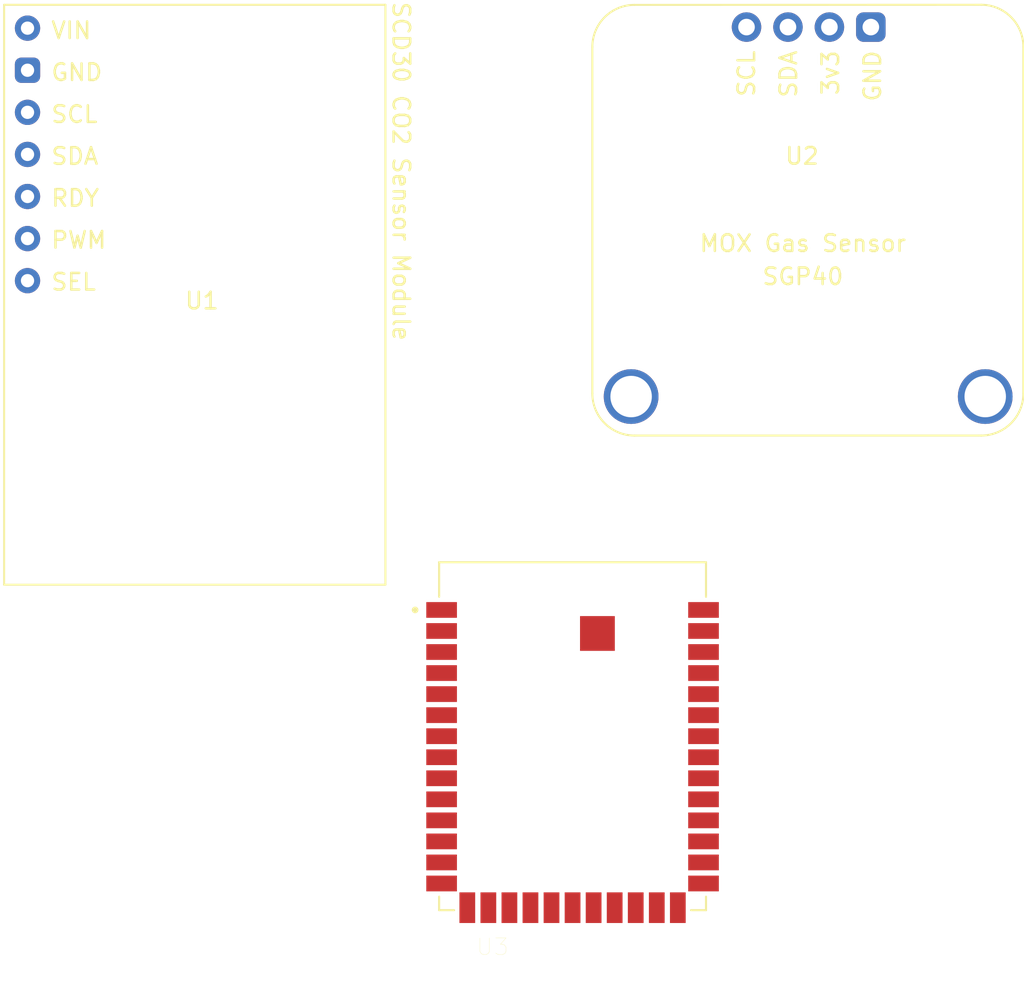
<source format=kicad_pcb>
(kicad_pcb (version 20221018) (generator pcbnew)
  (layers (0 "F.Cu" signal) (31 "B.Cu" signal) (34 "B.Paste" user) (35 "F.Paste" user) (36 "B.SilkS" user "B.Silkscreen") (37 "F.SilkS" user "F.Silkscreen") (38 "B.Mask" user) (39 "F.Mask" user) (44 "Edge.Cuts" user))
  (net 0 "")
  (net 1 "Net-(U1-Pad6)")
  (net 2 "Net-(U1-Pad7)")
  (net 3 "Net-(U1-Pad5)")
  (net 4 "VDD")
  (net 5 "GND")
  (net 6 "SCL")
  (net 7 "SDA")
  (net 8 "Net-(U3-PadP38)")
  (net 9 "Net-(U3-PadP37)")
  (net 10 "Net-(U3-PadP36)")
  (net 11 "Net-(U3-PadP35)")
  (net 12 "Net-(U3-PadP34)")
  (net 13 "Net-(U3-PadP33)")
  (net 14 "Net-(U3-PadP32)")
  (net 15 "Net-(U3-PadP31)")
  (net 16 "Net-(U3-PadP30)")
  (net 17 "Net-(U3-PadP29)")
  (net 18 "Net-(U3-PadP28)")
  (net 19 "Net-(U3-PadP24)")
  (net 20 "Net-(U3-PadP22)")
  (net 21 "Net-(U3-PadP20)")
  (net 22 "Net-(U3-PadP18)")
  (net 23 "Net-(U3-PadP17)")
  (net 24 "Net-(U3-PadP16)")
  (net 25 "Net-(U3-PadP15)")
  (net 26 "Net-(U3-PadP13)")
  (net 27 "Net-(U3-PadP12)")
  (net 28 "Net-(U3-PadP11)")
  (net 29 "Net-(U3-PadP10)")
  (net 30 "Net-(U3-PadP9)")
  (net 31 "Net-(U3-PadP8)")
  (net 32 "Net-(U3-PadP7)")
  (net 33 "Net-(U3-PadP6)")
  (net 34 "Net-(U3-PadP4)")
  (net 35 "Net-(U3-PadP3)")
  (net 36 "Net-(U3-PadP2)")
  (net 37 "AN_IN0")
  (footprint "mdx:XCVR_MDX-STWBP-R01" (layer "F.Cu") (at 136.2837 118.5799)
    (fp_text reference "U3" (at -4.825 15.865) (layer "F.SilkS") (effects (font (thickness 0.015))))
    (fp_text value "MDX-STWBP-R01")
    (fp_line (start -8.05 -7.35) (end 8.05 -7.35) (stroke (width 0.127)) (layer "F.SilkS"))
    (fp_line (start -8.05 -5.265) (end -8.05 -7.35) (stroke (width 0.127)) (layer "F.SilkS"))
    (fp_line (start -8.05 13.65) (end -8.05 12.835) (stroke (width 0.127)) (layer "F.SilkS"))
    (fp_line (start -7.145 13.65) (end -8.05 13.65) (stroke (width 0.127)) (layer "F.SilkS"))
    (fp_line (start 8.05 -7.35) (end 8.05 -5.265) (stroke (width 0.127)) (layer "F.SilkS"))
    (fp_line (start 8.05 12.835) (end 8.05 13.65) (stroke (width 0.127)) (layer "F.SilkS"))
    (fp_line (start 8.05 13.65) (end 7.145 13.65) (stroke (width 0.127)) (layer "F.SilkS"))
    (fp_circle (center -9.5 -4.47) (end -9.4 -4.47) (stroke (width 0.2)) (fill none) (layer "F.SilkS"))
    (pad "P1" smd rect (at -7.9 -4.47) (size 1.85 0.95) (layers "F.Cu" "F.Paste" "F.Mask") (net 5 "GND"))
    (pad "P2" smd rect (at -7.9 -3.2) (size 1.85 0.95) (layers "F.Cu" "F.Paste" "F.Mask") (net 36 "Net-(U3-PadP2)"))
    (pad "P3" smd rect (at -7.9 -1.93) (size 1.85 0.95) (layers "F.Cu" "F.Paste" "F.Mask") (net 35 "Net-(U3-PadP3)"))
    (pad "P4" smd rect (at -7.9 -0.66) (size 1.85 0.95) (layers "F.Cu" "F.Paste" "F.Mask") (net 34 "Net-(U3-PadP4)"))
    (pad "P5" smd rect (at -7.9 0.61) (size 1.85 0.95) (layers "F.Cu" "F.Paste" "F.Mask") (net 5 "GND"))
    (pad "P6" smd rect (at -7.9 1.88) (size 1.85 0.95) (layers "F.Cu" "F.Paste" "F.Mask") (net 33 "Net-(U3-PadP6)"))
    (pad "P7" smd rect (at -7.9 3.15) (size 1.85 0.95) (layers "F.Cu" "F.Paste" "F.Mask") (net 32 "Net-(U3-PadP7)"))
    (pad "P8" smd rect (at -7.9 4.42) (size 1.85 0.95) (layers "F.Cu" "F.Paste" "F.Mask") (net 31 "Net-(U3-PadP8)"))
    (pad "P9" smd rect (at -7.9 5.69) (size 1.85 0.95) (layers "F.Cu" "F.Paste" "F.Mask") (net 30 "Net-(U3-PadP9)"))
    (pad "P10" smd rect (at -7.9 6.96) (size 1.85 0.95) (layers "F.Cu" "F.Paste" "F.Mask") (net 29 "Net-(U3-PadP10)"))
    (pad "P11" smd rect (at -7.9 8.23) (size 1.85 0.95) (layers "F.Cu" "F.Paste" "F.Mask") (net 28 "Net-(U3-PadP11)"))
    (pad "P12" smd rect (at -7.9 9.5) (size 1.85 0.95) (layers "F.Cu" "F.Paste" "F.Mask") (net 27 "Net-(U3-PadP12)"))
    (pad "P13" smd rect (at -7.9 10.77) (size 1.85 0.95) (layers "F.Cu" "F.Paste" "F.Mask") (net 26 "Net-(U3-PadP13)"))
    (pad "P14" smd rect (at -7.9 12.04) (size 1.85 0.95) (layers "F.Cu" "F.Paste" "F.Mask") (net 5 "GND"))
    (pad "P15" smd rect (at -6.35 13.5) (size 0.95 1.85) (layers "F.Cu" "F.Paste" "F.Mask") (net 25 "Net-(U3-PadP15)"))
    (pad "P16" smd rect (at -5.08 13.5) (size 0.95 1.85) (layers "F.Cu" "F.Paste" "F.Mask") (net 24 "Net-(U3-PadP16)"))
    (pad "P17" smd rect (at -3.81 13.5) (size 0.95 1.85) (layers "F.Cu" "F.Paste" "F.Mask") (net 23 "Net-(U3-PadP17)"))
    (pad "P18" smd rect (at -2.54 13.5) (size 0.95 1.85) (layers "F.Cu" "F.Paste" "F.Mask") (net 22 "Net-(U3-PadP18)"))
    (pad "P19" smd rect (at -1.27 13.5) (size 0.95 1.85) (layers "F.Cu" "F.Paste" "F.Mask") (net 4 "VDD"))
    (pad "P20" smd rect (at 0 13.5) (size 0.95 1.85) (layers "F.Cu" "F.Paste" "F.Mask") (net 21 "Net-(U3-PadP20)"))
    (pad "P21" smd rect (at 1.27 13.5) (size 0.95 1.85) (layers "F.Cu" "F.Paste" "F.Mask") (net 5 "GND"))
    (pad "P22" smd rect (at 2.54 13.5) (size 0.95 1.85) (layers "F.Cu" "F.Paste" "F.Mask") (net 20 "Net-(U3-PadP22)"))
    (pad "P23" smd rect (at 3.81 13.5) (size 0.95 1.85) (layers "F.Cu" "F.Paste" "F.Mask") (net 6 "SCL"))
    (pad "P24" smd rect (at 5.08 13.5) (size 0.95 1.85) (layers "F.Cu" "F.Paste" "F.Mask") (net 19 "Net-(U3-PadP24)"))
    (pad "P25" smd rect (at 6.35 13.5) (size 0.95 1.85) (layers "F.Cu" "F.Paste" "F.Mask") (net 7 "SDA"))
    (pad "P26" smd rect (at 7.9 12.04) (size 1.85 0.95) (layers "F.Cu" "F.Paste" "F.Mask") (net 5 "GND"))
    (pad "P27" smd rect (at 7.9 10.77) (size 1.85 0.95) (layers "F.Cu" "F.Paste" "F.Mask") (net 37 "AN_IN0"))
    (pad "P28" smd rect (at 7.9 9.5) (size 1.85 0.95) (layers "F.Cu" "F.Paste" "F.Mask") (net 18 "Net-(U3-PadP28)"))
    (pad "P29" smd rect (at 7.9 8.23) (size 1.85 0.95) (layers "F.Cu" "F.Paste" "F.Mask") (net 17 "Net-(U3-PadP29)"))
    (pad "P30" smd rect (at 7.9 6.96) (size 1.85 0.95) (layers "F.Cu" "F.Paste" "F.Mask") (net 16 "Net-(U3-PadP30)"))
    (pad "P31" smd rect (at 7.9 5.69) (size 1.85 0.95) (layers "F.Cu" "F.Paste" "F.Mask") (net 15 "Net-(U3-PadP31)"))
    (pad "P32" smd rect (at 7.9 4.42) (size 1.85 0.95) (layers "F.Cu" "F.Paste" "F.Mask") (net 14 "Net-(U3-PadP32)"))
    (pad "P33" smd rect (at 7.9 3.15) (size 1.85 0.95) (layers "F.Cu" "F.Paste" "F.Mask") (net 13 "Net-(U3-PadP33)"))
    (pad "P34" smd rect (at 7.9 1.88) (size 1.85 0.95) (layers "F.Cu" "F.Paste" "F.Mask") (net 12 "Net-(U3-PadP34)"))
    (pad "P35" smd rect (at 7.9 0.61) (size 1.85 0.95) (layers "F.Cu" "F.Paste" "F.Mask") (net 11 "Net-(U3-PadP35)"))
    (pad "P36" smd rect (at 7.9 -0.66) (size 1.85 0.95) (layers "F.Cu" "F.Paste" "F.Mask") (net 10 "Net-(U3-PadP36)"))
    (pad "P37" smd rect (at 7.9 -1.93) (size 1.85 0.95) (layers "F.Cu" "F.Paste" "F.Mask") (net 9 "Net-(U3-PadP37)"))
    (pad "P38" smd rect (at 7.9 -3.2) (size 1.85 0.95) (layers "F.Cu" "F.Paste" "F.Mask") (net 8 "Net-(U3-PadP38)"))
    (pad "P39" smd rect (at 7.9 -4.47) (size 1.85 0.95) (layers "F.Cu" "F.Paste" "F.Mask") (net 5 "GND"))
    (pad "P40" smd rect (at 1.5 -3.05) (size 2.1 2.1) (layers "F.Cu" "F.Paste" "F.Mask") (net 5 "GND"))
  )
  (footprint "scd30:scd30" (layer "F.Cu") (at 101.9937 112.5855)
    (fp_text reference "U1" (at 11.93 -17.135 -180) (layer "F.SilkS"))
    (fp_text value "SCD30")
    (fp_text user "GND" (at 4.383333 -30.92) (layer "F.SilkS"))
    (fp_text user "SCL" (at 4.240476 -28.39) (layer "F.SilkS"))
    (fp_text user "SEL" (at 4.192857 -18.27) (layer "F.SilkS"))
    (fp_text user "VIN" (at 4.05 -33.45) (layer "F.SilkS"))
    (fp_text user "RDY" (at 4.288095 -23.33) (layer "F.SilkS"))
    (fp_text user "SDA" (at 4.264286 -25.86) (layer "F.SilkS"))
    (fp_text user "SCD30 CO2 Sensor Module" (at 23.95 -24.95 270 unlocked) (layer "F.SilkS"))
    (fp_text user "PWM" (at 4.502381 -20.8) (layer "F.SilkS"))
    (fp_line (start 0 -35) (end 0 0) (stroke (width 0.12)) (layer "F.SilkS"))
    (fp_line (start 0 0) (end 23 0) (stroke (width 0.12)) (layer "F.SilkS"))
    (fp_line (start 23 -35) (end 0 -35) (stroke (width 0.12)) (layer "F.SilkS"))
    (fp_line (start 23 0) (end 23 -35) (stroke (width 0.12)) (layer "F.SilkS"))
    (pad "1" thru_hole circle (at 1.41 -33.59) (size 1.524 1.524) (drill 0.8) (layers "*.Cu" "*.Mask") (net 4 "VDD"))
    (pad "2" thru_hole roundrect (at 1.41 -31.05) (size 1.524 1.524) (drill 0.8) (layers "*.Cu" "*.Mask") (net 5 "GND"))
    (pad "3" thru_hole circle (at 1.41 -28.51) (size 1.524 1.524) (drill 0.8) (layers "*.Cu" "*.Mask") (net 6 "SCL"))
    (pad "4" thru_hole circle (at 1.41 -25.97) (size 1.524 1.524) (drill 0.8) (layers "*.Cu" "*.Mask") (net 7 "SDA"))
    (pad "5" thru_hole circle (at 1.41 -23.43) (size 1.524 1.524) (drill 0.8) (layers "*.Cu" "*.Mask") (net 3 "Net-(U1-Pad5)"))
    (pad "6" thru_hole circle (at 1.41 -20.89) (size 1.524 1.524) (drill 0.8) (layers "*.Cu" "*.Mask") (net 1 "Net-(U1-Pad6)"))
    (pad "7" thru_hole circle (at 1.41 -18.35) (size 1.524 1.524) (drill 0.8) (layers "*.Cu" "*.Mask") (net 2 "Net-(U1-Pad7)"))
  )
  (footprint "sgp40:sgp40-sparkx-breakout" (layer "F.Cu") (at 137.4775 77.5843)
    (fp_text reference "U2" (at 12.65 9.13 180) (layer "F.SilkS"))
    (fp_text value "SGP40")
    (fp_text user "SCL" (at 9.3 4.157143 270) (layer "F.SilkS"))
    (fp_text user "SDA" (at 11.833333 4.180952 90) (layer "F.SilkS"))
    (fp_text user "GND" (at 16.9 4.3 90) (layer "F.SilkS"))
    (fp_text user "SGP40" (at 12.7 16.4 180) (layer "F.SilkS"))
    (fp_text user "3v3" (at 14.366666 4.109524 90) (layer "F.SilkS"))
    (fp_text user "MOX Gas Sensor" (at 12.7 14.4 180) (layer "F.SilkS"))
    (fp_line (start -0.0011 2.5464) (end -0.0011 23.46) (stroke (width 0.12)) (layer "F.SilkS"))
    (fp_line (start 2.5389 26) (end 23.46 26) (stroke (width 0.12)) (layer "F.SilkS"))
    (fp_line (start 23.46 0) (end 2.5389 0.0064) (stroke (width 0.12)) (layer "F.SilkS"))
    (fp_line (start 26 23.46) (end 26 2.5464) (stroke (width 0.12)) (layer "F.SilkS"))
    (fp_arc (start -0.0011 2.5464) (mid 0.742849 0.750349) (end 2.5389 0.0064) (stroke (width 0.12)) (layer "F.SilkS"))
    (fp_arc (start 2.5389 26) (mid 0.742849 25.256051) (end -0.0011 23.46) (stroke (width 0.12)) (layer "F.SilkS"))
    (fp_arc (start 23.46 0) (mid 25.256051 0.743949) (end 26 2.54) (stroke (width 0.12)) (layer "F.SilkS"))
    (fp_arc (start 26 23.46) (mid 25.256051 25.256051) (end 23.46 26) (stroke (width 0.12)) (layer "F.SilkS"))
    (pad "1" thru_hole roundrect (at 16.8 1.3464 180) (size 1.778 1.778) (drill 1) (layers "*.Cu" "*.Mask") (net 5 "GND"))
    (pad "2" thru_hole circle (at 14.3 1.3464 180) (size 1.778 1.778) (drill 1) (layers "*.Cu" "*.Mask") (net 4 "VDD"))
    (pad "3" thru_hole circle (at 11.8 1.3464 180) (size 1.778 1.778) (drill 1) (layers "*.Cu" "*.Mask") (net 7 "SDA"))
    (pad "4" thru_hole circle (at 9.3 1.3464 180) (size 1.778 1.778) (drill 1) (layers "*.Cu" "*.Mask") (net 6 "SCL"))
    (pad "M1" thru_hole circle (at 2.3389 23.6464 180) (size 3.3 3.3) (drill 2.5) (layers "*.Cu" "*.Mask"))
    (pad "M2" thru_hole circle (at 23.7 23.6464 180) (size 3.3 3.3) (drill 2.5) (layers "*.Cu" "*.Mask"))
  )
)
</source>
